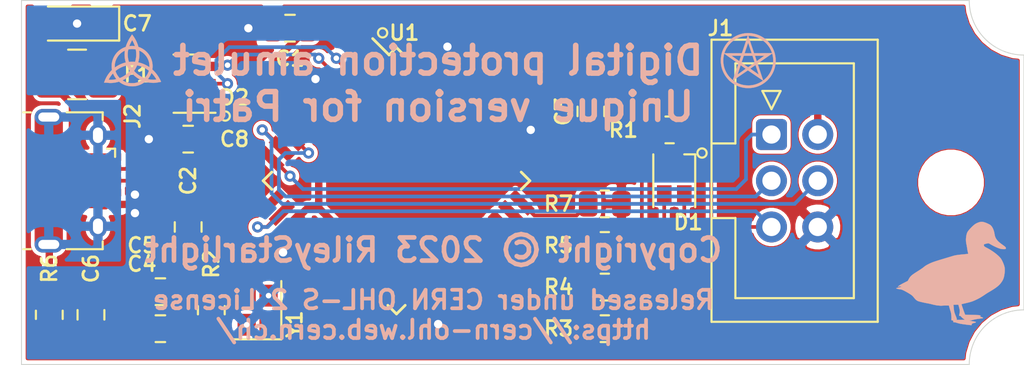
<source format=kicad_pcb>
(kicad_pcb (version 20171130) (host pcbnew 5.1.12-84ad8e8a86~92~ubuntu18.04.1)
  (layers (0 F.Cu signal) (31 B.Cu signal) (34 B.Paste user) (35 F.Paste user) (36 B.SilkS user) (37 F.SilkS user) (38 B.Mask user) (39 F.Mask user) (44 Edge.Cuts user))
  (net 0 "")
  (net 1 GND)
  (net 2 VBUS)
  (net 3 "Net-(C4-Pad1)")
  (net 4 "Net-(C5-Pad1)")
  (net 5 "Net-(C6-Pad1)")
  (net 6 "Net-(C8-Pad1)")
  (net 7 "Net-(D1-Pad2)")
  (net 8 "Net-(D1-Pad3)")
  (net 9 "Net-(D1-Pad4)")
  (net 10 "Net-(D2-Pad2)")
  (net 11 "Net-(D2-Pad3)")
  (net 12 "Net-(D2-Pad4)")
  (net 13 "Net-(D2-Pad5)")
  (net 14 "Net-(F1-Pad1)")
  (net 15 "Net-(J1-Pad1)")
  (net 16 "Net-(J1-Pad3)")
  (net 17 "Net-(J1-Pad5)")
  (net 18 "Net-(J1-Pad4)")
  (net 19 "Net-(J2-Pad4)")
  (net 20 "Net-(R3-Pad1)")
  (net 21 "Net-(R4-Pad1)")
  (net 22 "Net-(R5-Pad1)")
  (net 23 "Net-(R7-Pad1)")
  (net 24 "Net-(U1-Pad1)")
  (net 25 "Net-(U1-Pad8)")
  (net 26 "Net-(U1-Pad12)")
  (net 27 "Net-(U1-Pad18)")
  (net 28 "Net-(U1-Pad19)")
  (net 29 "Net-(U1-Pad20)")
  (net 30 "Net-(U1-Pad21)")
  (net 31 "Net-(U1-Pad22)")
  (net 32 "Net-(U1-Pad25)")
  (net 33 "Net-(U1-Pad26)")
  (net 34 "Net-(U1-Pad27)")
  (net 35 "Net-(U1-Pad28)")
  (net 36 "Net-(U1-Pad31)")
  (net 37 "Net-(U1-Pad36)")
  (net 38 "Net-(U1-Pad37)")
  (net 39 "Net-(U1-Pad38)")
  (net 40 "Net-(U1-Pad39)")
  (net 41 "Net-(U1-Pad40)")
  (net 42 "Net-(U1-Pad41)")
  (net 43 "Net-(U1-Pad42)")
  (module lib:heart (layer F.Cu) (at 51.054 16.002)
    (fp_text reference G*** hide)
    (fp_text value LOGO hide)
  )
  (module lib:triquetra (layer B.Cu) (at 6.096 3.302 180)
    (fp_text reference G*** hide)
    (fp_text value LOGO hide)
  )
  (module lib:pentagram (layer B.Cu) (at 39.878 3.302 180)
    (fp_text reference G*** hide)
    (fp_text value LOGO hide)
  )
  (module lib:duck (layer B.Cu) (at 51 15 180)
    (fp_text reference G*** hide)
    (fp_text value LOGO hide)
  )
  (module Connector_IDC:IDC-Header_2x03_P2.54mm_Vertical (layer F.Cu) (at 41.148 7.366)
    (fp_text reference J1 (at -2.794 -5.842) (layer F.SilkS) (effects (font (size 0.8128 0.8128) (thickness 0.1524))))
    (fp_text value ISP)
    (pad 1 thru_hole roundrect (at 0 0) (size 1.7 1.7) (drill 1) (layers *.Cu *.Mask) (roundrect_rratio 0.1470588235294118) (net 15 "Net-(J1-Pad1)"))
    (pad 3 thru_hole circle (at 0 2.54) (size 1.7 1.7) (drill 1) (layers *.Cu *.Mask) (net 16 "Net-(J1-Pad3)"))
    (pad 5 thru_hole circle (at 0 5.08) (size 1.7 1.7) (drill 1) (layers *.Cu *.Mask) (net 17 "Net-(J1-Pad5)"))
    (pad 2 thru_hole circle (at 2.54 0) (size 1.7 1.7) (drill 1) (layers *.Cu *.Mask) (net 2 VBUS))
    (pad 4 thru_hole circle (at 2.54 2.54) (size 1.7 1.7) (drill 1) (layers *.Cu *.Mask) (net 18 "Net-(J1-Pad4)"))
    (pad 6 thru_hole circle (at 2.54 5.08) (size 1.7 1.7) (drill 1) (layers *.Cu *.Mask) (net 1 GND))
  )
  (module Connector_USB:USB_Micro-B_Amphenol_10118194_Horizontal (layer F.Cu) (at 2.794 9.906 270)
    (fp_text reference J2 (at -3.556 -3.302 270) (layer F.SilkS) (effects (font (size 0.8128 0.8128) (thickness 0.1524))))
    (fp_text value USB_B_Micro)
    (pad 1 smd rect (at -1.3 -1.7 270) (size 0.4 1.95) (layers F.Cu F.Paste F.Mask) (net 14 "Net-(F1-Pad1)"))
    (pad 2 smd rect (at -0.65 -1.7 270) (size 0.4 1.95) (layers F.Cu F.Paste F.Mask) (net 13 "Net-(D2-Pad5)"))
    (pad 3 smd rect (at 0 -1.7 270) (size 0.4 1.95) (layers F.Cu F.Paste F.Mask) (net 12 "Net-(D2-Pad4)"))
    (pad 4 smd rect (at 0.65 -1.7 270) (size 0.4 1.95) (layers F.Cu F.Paste F.Mask) (net 19 "Net-(J2-Pad4)"))
    (pad 5 smd rect (at 1.3 -1.7 270) (size 0.4 1.95) (layers F.Cu F.Paste F.Mask) (net 1 GND))
    (pad 6 thru_hole oval (at -2.5 -1.4 270) (size 1.25 0.95) (drill oval 0.85 0.55) (layers *.Cu *.Mask) (net 5 "Net-(C6-Pad1)"))
    (pad 6 thru_hole oval (at 2.5 -1.4 270) (size 1.25 0.95) (drill oval 0.85 0.55) (layers *.Cu *.Mask) (net 5 "Net-(C6-Pad1)"))
    (pad 6 smd rect (at -1 1.3 270) (size 1.5 1.55) (layers F.Cu F.Paste F.Mask) (net 5 "Net-(C6-Pad1)"))
    (pad 6 smd rect (at 1 1.3 270) (size 1.5 1.55) (layers F.Cu F.Paste F.Mask) (net 5 "Net-(C6-Pad1)"))
    (pad 6 smd rect (at -2.9 1.3 270) (size 1.2 1.55) (layers F.Cu F.Paste F.Mask) (net 5 "Net-(C6-Pad1)"))
    (pad 6 smd rect (at 2.9 1.3 270) (size 1.2 1.55) (layers F.Cu F.Paste F.Mask) (net 5 "Net-(C6-Pad1)"))
    (pad 6 thru_hole oval (at -3.5 1.3 270) (size 0.89 1.55) (drill oval 0.5 1.15) (layers *.Cu *.Mask) (net 5 "Net-(C6-Pad1)"))
    (pad 6 thru_hole oval (at 3.5 1.3 270) (size 0.89 1.55) (drill oval 0.5 1.15) (layers *.Cu *.Mask) (net 5 "Net-(C6-Pad1)"))
  )
  (module Crystal:Crystal_SMD_EuroQuartz_X22-4Pin_2.5x2.0mm (layer F.Cu) (at 12.954 17.018 90)
    (fp_text reference Y1 (at -0.762 2.032 90) (layer F.SilkS) (effects (font (size 0.8128 0.8128) (thickness 0.1524))))
    (fp_text value 16MHz)
    (pad 1 smd rect (at -0.8 0.6 90) (size 1.2 1) (layers F.Cu F.Paste F.Mask) (net 3 "Net-(C4-Pad1)"))
    (pad 2 smd rect (at 0.8 0.6 90) (size 1.2 1) (layers F.Cu F.Paste F.Mask) (net 1 GND))
    (pad 3 smd rect (at 0.8 -0.6 90) (size 1.2 1) (layers F.Cu F.Paste F.Mask) (net 4 "Net-(C5-Pad1)"))
    (pad 4 smd rect (at -0.8 -0.6 90) (size 1.2 1) (layers F.Cu F.Paste F.Mask) (net 1 GND))
    (pad 2 thru_hole circle (at 0.8 0.6 90) (size 0.6096 0.6096) (drill 0.3048) (layers *.Cu F.Mask) (net 1 GND))
    (pad 4 thru_hole circle (at -0.8 -0.6 90) (size 0.6096 0.6096) (drill 0.3048) (layers *.Cu F.Mask) (net 1 GND))
  )
  (module MountingHole:MountingHole_3.2mm_M3 (layer F.Cu) (at 51 10)
    (fp_text reference REF** hide)
    (fp_text value MountingHole_3.2mm_M3 hide)
    (pad 1 np_thru_hole circle (at 0 0) (size 3.2 3.2) (drill 3.2) (layers *.Cu *.Mask))
  )
  (module Capacitor_SMD:C_0805_2012Metric (layer F.Cu) (at 14.732 1.524 180)
    (fp_text reference C1 (at 0 -1.68) (layer F.SilkS) (effects (font (size 0.8128 0.8128) (thickness 0.1524))))
    (fp_text value 100nF)
    (pad 2 smd roundrect (at 0.95 0 180) (size 1 1.45) (layers F.Cu F.Paste F.Mask) (net 1 GND))
    (pad 1 smd roundrect (at -0.95 0 180) (size 1 1.45) (layers F.Cu F.Paste F.Mask) (net 2 VBUS))
  )
  (module Capacitor_SMD:C_0805_2012Metric (layer F.Cu) (at 9.144 12.446 90)
    (fp_text reference C2 (at 2.54 0 90) (layer F.SilkS) (effects (font (size 0.8128 0.8128) (thickness 0.1524))))
    (fp_text value 100nF)
    (pad 1 smd roundrect (at -0.95 0 90) (size 1 1.45) (layers F.Cu F.Paste F.Mask) (net 2 VBUS))
    (pad 2 smd roundrect (at 0.95 0 90) (size 1 1.45) (layers F.Cu F.Paste F.Mask) (net 1 GND))
  )
  (module Capacitor_SMD:C_0805_2012Metric (layer F.Cu) (at 31.242 6.096 90)
    (fp_text reference C3 (at 0 -1.524 90) (layer F.SilkS) (effects (font (size 0.8128 0.8128) (thickness 0.1524))))
    (fp_text value 100nF)
    (pad 2 smd roundrect (at 0.95 0 90) (size 1 1.45) (layers F.Cu F.Paste F.Mask) (net 1 GND))
    (pad 1 smd roundrect (at -0.95 0 90) (size 1 1.45) (layers F.Cu F.Paste F.Mask) (net 2 VBUS))
  )
  (module Capacitor_SMD:C_0805_2012Metric (layer F.Cu) (at 7.62 18.034 180)
    (fp_text reference C4 (at 1.016 3.556) (layer F.SilkS) (effects (font (size 0.8128 0.8128) (thickness 0.1524))))
    (fp_text value 12pF)
    (pad 1 smd roundrect (at -0.95 0 180) (size 1 1.45) (layers F.Cu F.Paste F.Mask) (net 3 "Net-(C4-Pad1)"))
    (pad 2 smd roundrect (at 0.95 0 180) (size 1 1.45) (layers F.Cu F.Paste F.Mask) (net 1 GND))
  )
  (module Capacitor_SMD:C_0805_2012Metric (layer F.Cu) (at 7.62 16.002 180)
    (fp_text reference C5 (at 1.016 2.54) (layer F.SilkS) (effects (font (size 0.8128 0.8128) (thickness 0.1524))))
    (fp_text value 12pF)
    (pad 1 smd roundrect (at -0.95 0 180) (size 1 1.45) (layers F.Cu F.Paste F.Mask) (net 4 "Net-(C5-Pad1)"))
    (pad 2 smd roundrect (at 0.95 0 180) (size 1 1.45) (layers F.Cu F.Paste F.Mask) (net 1 GND))
  )
  (module Capacitor_SMD:C_0805_2012Metric (layer F.Cu) (at 3.81 17.272 270)
    (fp_text reference C6 (at -2.54 0 90) (layer F.SilkS) (effects (font (size 0.8128 0.8128) (thickness 0.1524))))
    (fp_text value 4.7nF)
    (pad 2 smd roundrect (at 0.95 0 270) (size 1 1.45) (layers F.Cu F.Paste F.Mask) (net 1 GND))
    (pad 1 smd roundrect (at -0.95 0 270) (size 1 1.45) (layers F.Cu F.Paste F.Mask) (net 5 "Net-(C6-Pad1)"))
  )
  (module Capacitor_Tantalum_SMD:CP_EIA-3216-18_Kemet-A (layer F.Cu) (at 3.048 1.27 180)
    (fp_text reference C7 (at -3.302 0) (layer F.SilkS) (effects (font (size 0.8128 0.8128) (thickness 0.1524))))
    (fp_text value 22µF)
    (pad 1 smd roundrect (at -1.35 0 180) (size 1.4 1.35) (layers F.Cu F.Paste F.Mask) (roundrect_rratio 0.1851844444444445) (net 2 VBUS))
    (pad 2 smd roundrect (at 1.35 0 180) (size 1.4 1.35) (layers F.Cu F.Paste F.Mask) (roundrect_rratio 0.1851844444444445) (net 1 GND))
  )
  (module Capacitor_SMD:C_0805_2012Metric (layer F.Cu) (at 9.144 7.62 180)
    (fp_text reference C8 (at -2.54 0) (layer F.SilkS) (effects (font (size 0.8128 0.8128) (thickness 0.1524))))
    (fp_text value 1µF)
    (pad 1 smd roundrect (at -0.95 0 180) (size 1 1.45) (layers F.Cu F.Paste F.Mask) (net 6 "Net-(C8-Pad1)"))
    (pad 2 smd roundrect (at 0.95 0 180) (size 1 1.45) (layers F.Cu F.Paste F.Mask) (net 1 GND))
  )
  (module LED_SMD:LED_Cree-PLCC4_2x2mm_CW (layer F.Cu) (at 35.814 9.906 270)
    (fp_text reference D1 (at 2.286 -0.762 180) (layer F.SilkS) (effects (font (size 0.8128 0.8128) (thickness 0.1524))))
    (fp_text value CLMVC-FKC)
    (pad 1 smd rect (at -0.75 -0.55 270) (size 1 0.8) (layers F.Cu F.Paste F.Mask) (net 2 VBUS))
    (pad 2 smd rect (at 0.75 -0.55 270) (size 1 0.8) (layers F.Cu F.Paste F.Mask) (net 7 "Net-(D1-Pad2)"))
    (pad 3 smd rect (at 0.75 0.55 270) (size 1 0.8) (layers F.Cu F.Paste F.Mask) (net 8 "Net-(D1-Pad3)"))
    (pad 4 smd rect (at -0.75 0.55 270) (size 1 0.8) (layers F.Cu F.Paste F.Mask) (net 9 "Net-(D1-Pad4)"))
  )
  (module Package_SO:TSOP-6_1.65x3.05mm_P0.95mm (layer F.Cu) (at 9.144 4.572 180)
    (fp_text reference D2 (at -2.54 -0.762) (layer F.SilkS) (effects (font (size 0.8128 0.8128) (thickness 0.1524))))
    (fp_text value STF202-22T1G)
    (pad 1 smd rect (at -1.16 -0.95 180) (size 0.7 0.51) (layers F.Cu F.Paste F.Mask) (net 2 VBUS))
    (pad 2 smd rect (at -1.16 0 180) (size 0.7 0.51) (layers F.Cu F.Paste F.Mask) (net 10 "Net-(D2-Pad2)"))
    (pad 3 smd rect (at -1.16 0.95 180) (size 0.7 0.51) (layers F.Cu F.Paste F.Mask) (net 11 "Net-(D2-Pad3)"))
    (pad 4 smd rect (at 1.16 0.95 180) (size 0.7 0.51) (layers F.Cu F.Paste F.Mask) (net 12 "Net-(D2-Pad4)"))
    (pad 5 smd rect (at 1.16 0 180) (size 0.7 0.51) (layers F.Cu F.Paste F.Mask) (net 13 "Net-(D2-Pad5)"))
    (pad 6 smd rect (at 1.16 -0.95 180) (size 0.7 0.51) (layers F.Cu F.Paste F.Mask) (net 1 GND))
  )
  (module Fuse:Fuse_1210_3225Metric_Castellated (layer F.Cu) (at 3.048 4.064)
    (fp_text reference F1 (at 3.302 0) (layer F.SilkS) (effects (font (size 0.8128 0.8128) (thickness 0.1524))))
    (fp_text value 200mA)
    (pad 1 smd roundrect (at -1.425 0) (size 1.6 2.55) (layers F.Cu F.Paste F.Mask) (roundrect_rratio 0.15625) (net 14 "Net-(F1-Pad1)"))
    (pad 2 smd roundrect (at 1.425 0) (size 1.6 2.55) (layers F.Cu F.Paste F.Mask) (roundrect_rratio 0.15625) (net 2 VBUS))
  )
  (module Resistor_SMD:R_0805_2012Metric (layer F.Cu) (at 35.56 7.112)
    (fp_text reference R1 (at -2.54 0) (layer F.SilkS) (effects (font (size 0.8128 0.8128) (thickness 0.1524))))
    (fp_text value 10k)
    (pad 1 smd roundrect (at -0.9125 0) (size 1.025 1.4) (layers F.Cu F.Paste F.Mask) (roundrect_rratio 0.2439014634146341) (net 2 VBUS))
    (pad 2 smd roundrect (at 0.9125 0) (size 1.025 1.4) (layers F.Cu F.Paste F.Mask) (roundrect_rratio 0.2439014634146341) (net 17 "Net-(J1-Pad5)"))
  )
  (module Resistor_SMD:R_0805_2012Metric (layer F.Cu) (at 10.414 17.018 90)
    (fp_text reference R2 (at 2.54 0 90) (layer F.SilkS) (effects (font (size 0.8128 0.8128) (thickness 0.1524))))
    (fp_text value 1M)
    (pad 2 smd roundrect (at 0.9125 0 90) (size 1.025 1.4) (layers F.Cu F.Paste F.Mask) (roundrect_rratio 0.2439014634146341) (net 4 "Net-(C5-Pad1)"))
    (pad 1 smd roundrect (at -0.9125 0 90) (size 1.025 1.4) (layers F.Cu F.Paste F.Mask) (roundrect_rratio 0.2439014634146341) (net 3 "Net-(C4-Pad1)"))
  )
  (module Resistor_SMD:R_0805_2012Metric (layer F.Cu) (at 32.004 18.034)
    (fp_text reference R3 (at -2.54 0) (layer F.SilkS) (effects (font (size 0.8128 0.8128) (thickness 0.1524))))
    (fp_text value 220R)
    (pad 1 smd roundrect (at -0.9125 0) (size 1.025 1.4) (layers F.Cu F.Paste F.Mask) (roundrect_rratio 0.2439014634146341) (net 20 "Net-(R3-Pad1)"))
    (pad 2 smd roundrect (at 0.9125 0) (size 1.025 1.4) (layers F.Cu F.Paste F.Mask) (roundrect_rratio 0.2439014634146341) (net 7 "Net-(D1-Pad2)"))
  )
  (module Resistor_SMD:R_0805_2012Metric (layer F.Cu) (at 32.004 15.748)
    (fp_text reference R4 (at -2.54 0) (layer F.SilkS) (effects (font (size 0.8128 0.8128) (thickness 0.1524))))
    (fp_text value 220R)
    (pad 2 smd roundrect (at 0.9125 0) (size 1.025 1.4) (layers F.Cu F.Paste F.Mask) (roundrect_rratio 0.2439014634146341) (net 8 "Net-(D1-Pad3)"))
    (pad 1 smd roundrect (at -0.9125 0) (size 1.025 1.4) (layers F.Cu F.Paste F.Mask) (roundrect_rratio 0.2439014634146341) (net 21 "Net-(R4-Pad1)"))
  )
  (module Resistor_SMD:R_0805_2012Metric (layer F.Cu) (at 32.004 13.462)
    (fp_text reference R5 (at -2.54 0) (layer F.SilkS) (effects (font (size 0.8128 0.8128) (thickness 0.1524))))
    (fp_text value 220R)
    (pad 1 smd roundrect (at -0.9125 0) (size 1.025 1.4) (layers F.Cu F.Paste F.Mask) (roundrect_rratio 0.2439014634146341) (net 22 "Net-(R5-Pad1)"))
    (pad 2 smd roundrect (at 0.9125 0) (size 1.025 1.4) (layers F.Cu F.Paste F.Mask) (roundrect_rratio 0.2439014634146341) (net 9 "Net-(D1-Pad4)"))
  )
  (module Resistor_SMD:R_0805_2012Metric (layer F.Cu) (at 1.524 17.272 270)
    (fp_text reference R6 (at -2.54 0 90) (layer F.SilkS) (effects (font (size 0.8128 0.8128) (thickness 0.1524))))
    (fp_text value 1M)
    (pad 2 smd roundrect (at 0.9125 0 270) (size 1.025 1.4) (layers F.Cu F.Paste F.Mask) (roundrect_rratio 0.2439014634146341) (net 1 GND))
    (pad 1 smd roundrect (at -0.9125 0 270) (size 1.025 1.4) (layers F.Cu F.Paste F.Mask) (roundrect_rratio 0.2439014634146341) (net 5 "Net-(C6-Pad1)"))
  )
  (module Resistor_SMD:R_0805_2012Metric (layer F.Cu) (at 32.004 11.176)
    (fp_text reference R7 (at -2.54 0) (layer F.SilkS) (effects (font (size 0.8128 0.8128) (thickness 0.1524))))
    (fp_text value 10k)
    (pad 1 smd roundrect (at -0.9125 0) (size 1.025 1.4) (layers F.Cu F.Paste F.Mask) (roundrect_rratio 0.2439014634146341) (net 23 "Net-(R7-Pad1)"))
    (pad 2 smd roundrect (at 0.9125 0) (size 1.025 1.4) (layers F.Cu F.Paste F.Mask) (roundrect_rratio 0.2439014634146341) (net 1 GND))
  )
  (module Package_QFP:TQFP-44_10x10mm_P0.8mm (layer F.Cu) (at 20.574 9.906 315)
    (fp_text reference U1 (at -5.446136 -6.048591) (layer F.SilkS) (effects (font (size 0.8128 0.8128) (thickness 0.1524))))
    (fp_text value ATmega32U4-AU)
    (pad 1 smd rect (at -5.7 -4 315) (size 1.5 0.55) (layers F.Cu F.Paste F.Mask) (net 24 "Net-(U1-Pad1)"))
    (pad 2 smd rect (at -5.7 -3.2 315) (size 1.5 0.55) (layers F.Cu F.Paste F.Mask) (net 2 VBUS))
    (pad 3 smd rect (at -5.7 -2.4 315) (size 1.5 0.55) (layers F.Cu F.Paste F.Mask) (net 10 "Net-(D2-Pad2)"))
    (pad 4 smd rect (at -5.7 -1.6 315) (size 1.5 0.55) (layers F.Cu F.Paste F.Mask) (net 11 "Net-(D2-Pad3)"))
    (pad 5 smd rect (at -5.7 -0.8 315) (size 1.5 0.55) (layers F.Cu F.Paste F.Mask) (net 1 GND) (thermal_gap 0.254))
    (pad 6 smd rect (at -5.7 0 315) (size 1.5 0.55) (layers F.Cu F.Paste F.Mask) (net 6 "Net-(C8-Pad1)"))
    (pad 7 smd rect (at -5.7 0.8 315) (size 1.5 0.55) (layers F.Cu F.Paste F.Mask) (net 2 VBUS))
    (pad 8 smd rect (at -5.7 1.6 315) (size 1.5 0.55) (layers F.Cu F.Paste F.Mask) (net 25 "Net-(U1-Pad8)"))
    (pad 9 smd rect (at -5.7 2.4 315) (size 1.5 0.55) (layers F.Cu F.Paste F.Mask) (net 16 "Net-(J1-Pad3)"))
    (pad 10 smd rect (at -5.7 3.2 315) (size 1.5 0.55) (layers F.Cu F.Paste F.Mask) (net 18 "Net-(J1-Pad4)"))
    (pad 11 smd rect (at -5.7 4 315) (size 1.5 0.55) (layers F.Cu F.Paste F.Mask) (net 15 "Net-(J1-Pad1)"))
    (pad 12 smd rect (at -4 5.7 45) (size 1.5 0.55) (layers F.Cu F.Paste F.Mask) (net 26 "Net-(U1-Pad12)"))
    (pad 13 smd rect (at -3.2 5.7 45) (size 1.5 0.55) (layers F.Cu F.Paste F.Mask) (net 17 "Net-(J1-Pad5)"))
    (pad 14 smd rect (at -2.4 5.7 45) (size 1.5 0.55) (layers F.Cu F.Paste F.Mask) (net 2 VBUS))
    (pad 15 smd rect (at -1.6 5.7 45) (size 1.5 0.55) (layers F.Cu F.Paste F.Mask) (net 1 GND) (thermal_gap 0.254))
    (pad 16 smd rect (at -0.8 5.7 45) (size 1.5 0.55) (layers F.Cu F.Paste F.Mask) (net 4 "Net-(C5-Pad1)"))
    (pad 17 smd rect (at 0 5.7 45) (size 1.5 0.55) (layers F.Cu F.Paste F.Mask) (net 3 "Net-(C4-Pad1)"))
    (pad 18 smd rect (at 0.8 5.7 45) (size 1.5 0.55) (layers F.Cu F.Paste F.Mask) (net 27 "Net-(U1-Pad18)"))
    (pad 19 smd rect (at 1.6 5.7 45) (size 1.5 0.55) (layers F.Cu F.Paste F.Mask) (net 28 "Net-(U1-Pad19)"))
    (pad 20 smd rect (at 2.4 5.7 45) (size 1.5 0.55) (layers F.Cu F.Paste F.Mask) (net 29 "Net-(U1-Pad20)"))
    (pad 21 smd rect (at 3.2 5.7 45) (size 1.5 0.55) (layers F.Cu F.Paste F.Mask) (net 30 "Net-(U1-Pad21)"))
    (pad 22 smd rect (at 4 5.7 45) (size 1.5 0.55) (layers F.Cu F.Paste F.Mask) (net 31 "Net-(U1-Pad22)"))
    (pad 23 smd rect (at 5.7 4 315) (size 1.5 0.55) (layers F.Cu F.Paste F.Mask) (net 1 GND) (thermal_gap 0.254))
    (pad 24 smd rect (at 5.7 3.2 315) (size 1.5 0.55) (layers F.Cu F.Paste F.Mask) (net 2 VBUS))
    (pad 25 smd rect (at 5.7 2.4 315) (size 1.5 0.55) (layers F.Cu F.Paste F.Mask) (net 32 "Net-(U1-Pad25)"))
    (pad 26 smd rect (at 5.7 1.6 315) (size 1.5 0.55) (layers F.Cu F.Paste F.Mask) (net 33 "Net-(U1-Pad26)"))
    (pad 27 smd rect (at 5.7 0.8 315) (size 1.5 0.55) (layers F.Cu F.Paste F.Mask) (net 34 "Net-(U1-Pad27)"))
    (pad 28 smd rect (at 5.7 0 315) (size 1.5 0.55) (layers F.Cu F.Paste F.Mask) (net 35 "Net-(U1-Pad28)"))
    (pad 29 smd rect (at 5.7 -0.8 315) (size 1.5 0.55) (layers F.Cu F.Paste F.Mask) (net 20 "Net-(R3-Pad1)"))
    (pad 30 smd rect (at 5.7 -1.6 315) (size 1.5 0.55) (layers F.Cu F.Paste F.Mask) (net 21 "Net-(R4-Pad1)"))
    (pad 31 smd rect (at 5.7 -2.4 315) (size 1.5 0.55) (layers F.Cu F.Paste F.Mask) (net 36 "Net-(U1-Pad31)"))
    (pad 32 smd rect (at 5.7 -3.2 315) (size 1.5 0.55) (layers F.Cu F.Paste F.Mask) (net 22 "Net-(R5-Pad1)"))
    (pad 33 smd rect (at 5.7 -4 315) (size 1.5 0.55) (layers F.Cu F.Paste F.Mask) (net 23 "Net-(R7-Pad1)"))
    (pad 34 smd rect (at 4 -5.7 45) (size 1.5 0.55) (layers F.Cu F.Paste F.Mask) (net 2 VBUS))
    (pad 35 smd rect (at 3.2 -5.7 45) (size 1.5 0.55) (layers F.Cu F.Paste F.Mask) (net 1 GND) (thermal_gap 0.254))
    (pad 36 smd rect (at 2.4 -5.7 45) (size 1.5 0.55) (layers F.Cu F.Paste F.Mask) (net 37 "Net-(U1-Pad36)"))
    (pad 37 smd rect (at 1.6 -5.7 45) (size 1.5 0.55) (layers F.Cu F.Paste F.Mask) (net 38 "Net-(U1-Pad37)"))
    (pad 38 smd rect (at 0.8 -5.7 45) (size 1.5 0.55) (layers F.Cu F.Paste F.Mask) (net 39 "Net-(U1-Pad38)"))
    (pad 39 smd rect (at 0 -5.7 45) (size 1.5 0.55) (layers F.Cu F.Paste F.Mask) (net 40 "Net-(U1-Pad39)"))
    (pad 40 smd rect (at -0.8 -5.7 45) (size 1.5 0.55) (layers F.Cu F.Paste F.Mask) (net 41 "Net-(U1-Pad40)"))
    (pad 41 smd rect (at -1.6 -5.7 45) (size 1.5 0.55) (layers F.Cu F.Paste F.Mask) (net 42 "Net-(U1-Pad41)"))
    (pad 42 smd rect (at -2.4 -5.7 45) (size 1.5 0.55) (layers F.Cu F.Paste F.Mask) (net 43 "Net-(U1-Pad42)"))
    (pad 43 smd rect (at -3.2 -5.7 45) (size 1.5 0.55) (layers F.Cu F.Paste F.Mask) (net 1 GND) (thermal_gap 0.254))
    (pad 44 smd rect (at -4 -5.7 45) (size 1.5 0.55) (layers F.Cu F.Paste F.Mask) (net 2 VBUS))
  )
  (gr_arc (start 55 20) (end 55 17) (angle -90) (layer Edge.Cuts) (width 0.05))
  (gr_arc (start 55 0) (end 52 0) (angle -90) (layer Edge.Cuts) (width 0.05))
  (gr_text "Unique version for Patri" (at 22.86 5.842) (layer B.SilkS) (effects (font (size 1.524 1.524) (thickness 0.3048)) (justify mirror)))
  (gr_text "Digital protection amulet" (at 22.86 3.302) (layer B.SilkS) (effects (font (size 1.524 1.524) (thickness 0.3048)) (justify mirror)))
  (gr_text "Copyright © 2023 RileyStarlight" (at 22.606 13.716) (layer B.SilkS) (effects (font (size 1.27 1.27) (thickness 0.254)) (justify mirror)))
  (gr_text "Released under CERN OHL-S 2 License\nhttps://cern-ohl.web.cern.ch/" (at 22.606 17.272) (layer B.SilkS) (effects (font (size 1.016 1.016) (thickness 0.2032)) (justify mirror)))
  (gr_circle (center 37.338 8.382) (end 37.592 8.382) (layer F.SilkS) (width 0.12))
  (gr_circle (center 11.176 6.35) (end 11.43 6.35) (layer F.SilkS) (width 0.12))
  (gr_circle (center 19.812 1.778) (end 20.066 1.778) (layer F.SilkS) (width 0.12))
  (gr_line (start 52 0) (end 0 0) (layer Edge.Cuts) (width 0.05))
  (gr_line (start 55 17) (end 55 3) (layer Edge.Cuts) (width 0.05))
  (gr_line (start 0 20) (end 52 20) (layer Edge.Cuts) (width 0.05))
  (gr_line (start 0 0) (end 0 20) (layer Edge.Cuts) (width 0.05))
  (via (at 23.368 2.54) (size 0.8128) (drill 0.4572) (layers F.Cu B.Cu) (net 1))
  (via (at 27.94 7.112) (size 0.8128) (drill 0.4572) (layers F.Cu B.Cu) (net 1))
  (via (at 16.129 4.318) (size 0.8128) (drill 0.4572) (layers F.Cu B.Cu) (net 1))
  (via (at 14.351 13.843) (size 0.8128) (drill 0.4572) (layers F.Cu B.Cu) (net 1))
  (via (at 22.86 17.78) (size 0.8128) (drill 0.4572) (layers F.Cu B.Cu) (net 1))
  (via (at 6.985 7.62) (size 0.8128) (drill 0.4572) (layers F.Cu B.Cu) (net 1))
  (via (at 3.048 1.27) (size 0.8128) (drill 0.4572) (layers F.Cu B.Cu) (net 1))
  (via (at 12.446 1.524) (size 0.8128) (drill 0.4572) (layers F.Cu B.Cu) (net 1))
  (via (at 6.223 10.668) (size 0.8128) (drill 0.4572) (layers F.Cu B.Cu) (net 1))
  (via (at 6.223 11.684) (size 0.8128) (drill 0.4572) (layers F.Cu B.Cu) (net 1))
  (segment (start 4.398 3.989) (end 4.473 4.064) (width 0.4064) (layer F.Cu) (net 2))
  (segment (start 4.398 1.27) (end 4.398 3.989) (width 0.4064) (layer F.Cu) (net 2))
  (segment (start 27.618082 8.703918) (end 27.432936 8.703918) (width 0.4064) (layer F.Cu) (net 2))
  (segment (start 31.242 7.046) (end 29.276 7.046) (width 0.4064) (layer F.Cu) (net 2))
  (segment (start 29.276 7.046) (end 27.618082 8.703918) (width 0.4064) (layer F.Cu) (net 2))
  (segment (start 34.5815 7.046) (end 34.6475 7.112) (width 0.4064) (layer F.Cu) (net 2))
  (segment (start 31.242 7.046) (end 34.5815 7.046) (width 0.4064) (layer F.Cu) (net 2))
  (segment (start 16.717483 1.524) (end 18.806233 3.61275) (width 0.4064) (layer F.Cu) (net 2))
  (segment (start 15.682 1.524) (end 16.717483 1.524) (width 0.4064) (layer F.Cu) (net 2))
  (segment (start 10.304 5.522) (end 11.684 5.522) (width 0.4064) (layer F.Cu) (net 2))
  (segment (start 9.398 5.08) (end 9.84 5.522) (width 0.4064) (layer F.Cu) (net 2))
  (segment (start 9.398 1.778) (end 9.398 5.08) (width 0.4064) (layer F.Cu) (net 2))
  (segment (start 4.398 1.27) (end 8.89 1.27) (width 0.4064) (layer F.Cu) (net 2))
  (segment (start 9.84 5.522) (end 10.304 5.522) (width 0.4064) (layer F.Cu) (net 2))
  (segment (start 8.89 1.27) (end 9.398 1.778) (width 0.4064) (layer F.Cu) (net 2))
  (segment (start 11.684 5.522) (end 15.682 1.524) (width 0.4064) (layer F.Cu) (net 2))
  (segment (start 34.7345 7.112) (end 34.6475 7.112) (width 0.4064) (layer F.Cu) (net 2))
  (segment (start 36.364 9.156) (end 36.364 8.7415) (width 0.4064) (layer F.Cu) (net 2))
  (segment (start 36.364 8.7415) (end 34.7345 7.112) (width 0.4064) (layer F.Cu) (net 2))
  (segment (start 34.6475 5.9925) (end 34.6475 7.112) (width 0.4064) (layer F.Cu) (net 2))
  (segment (start 35.052 5.588) (end 34.6475 5.9925) (width 0.4064) (layer F.Cu) (net 2))
  (segment (start 43.688 7.366) (end 43.688 6.096) (width 0.4064) (layer F.Cu) (net 2))
  (segment (start 43.18 5.588) (end 35.052 5.588) (width 0.4064) (layer F.Cu) (net 2))
  (segment (start 43.688 6.096) (end 43.18 5.588) (width 0.4064) (layer F.Cu) (net 2))
  (segment (start 14.786148 12.239452) (end 14.846435 12.239452) (width 0.4064) (layer F.Cu) (net 2))
  (segment (start 9.144 13.396) (end 13.6296 13.396) (width 0.4064) (layer F.Cu) (net 2))
  (segment (start 13.6296 13.396) (end 14.786148 12.239452) (width 0.4064) (layer F.Cu) (net 2))
  (segment (start 26.815054 9.3218) (end 27.432936 8.703918) (width 0.4064) (layer F.Cu) (net 2))
  (segment (start 26.0604 9.3218) (end 26.815054 9.3218) (width 0.4064) (layer F.Cu) (net 2))
  (segment (start 19.558 4.3688) (end 21.1074 4.3688) (width 0.4064) (layer F.Cu) (net 2))
  (segment (start 18.806233 3.61275) (end 18.806233 3.617033) (width 0.4064) (layer F.Cu) (net 2))
  (segment (start 21.1074 4.3688) (end 26.0604 9.3218) (width 0.4064) (layer F.Cu) (net 2))
  (segment (start 18.806233 3.617033) (end 19.558 4.3688) (width 0.4064) (layer F.Cu) (net 2))
  (segment (start 21.776082 3.047064) (end 21.768736 3.047064) (width 0.4064) (layer F.Cu) (net 2))
  (segment (start 21.1074 3.7084) (end 21.1074 4.3688) (width 0.4064) (layer F.Cu) (net 2))
  (segment (start 21.768736 3.047064) (end 21.1074 3.7084) (width 0.4064) (layer F.Cu) (net 2))
  (segment (start 14.846435 12.239452) (end 14.862348 12.239452) (width 0.4064) (layer F.Cu) (net 2))
  (segment (start 14.862348 12.239452) (end 15.6972 11.4046) (width 0.4064) (layer F.Cu) (net 2))
  (segment (start 15.6972 11.4046) (end 16.3068 11.4046) (width 0.4064) (layer F.Cu) (net 2))
  (segment (start 21.560317 15.4178) (end 22.341767 16.19925) (width 0.4064) (layer F.Cu) (net 2))
  (segment (start 20.32 15.4178) (end 21.560317 15.4178) (width 0.4064) (layer F.Cu) (net 2))
  (segment (start 17.1704 7.1628) (end 19.558 4.7752) (width 0.4064) (layer F.Cu) (net 2))
  (segment (start 19.558 4.7752) (end 19.558 4.3688) (width 0.4064) (layer F.Cu) (net 2))
  (segment (start 16.7132 7.1628) (end 17.1704 7.1628) (width 0.4064) (layer F.Cu) (net 2))
  (segment (start 15.977806 6.441177) (end 15.991577 6.441177) (width 0.4064) (layer F.Cu) (net 2))
  (segment (start 15.991577 6.441177) (end 16.7132 7.1628) (width 0.4064) (layer F.Cu) (net 2))
  (segment (start 16.3068 11.4046) (end 20.32 15.4178) (width 0.4064) (layer F.Cu) (net 2))
  (segment (start 17.1704 8.7122) (end 17.1704 7.1628) (width 0.4064) (layer F.Cu) (net 2))
  (segment (start 16.3068 11.4046) (end 16.3068 9.5758) (width 0.4064) (layer F.Cu) (net 2))
  (segment (start 16.3068 9.5758) (end 17.1704 8.7122) (width 0.4064) (layer F.Cu) (net 2))
  (segment (start 8.6735 17.9305) (end 8.57 18.034) (width 0.2032) (layer F.Cu) (net 3))
  (segment (start 10.414 17.9305) (end 8.6735 17.9305) (width 0.2032) (layer F.Cu) (net 3))
  (segment (start 10.414 17.9305) (end 10.414 18.288) (width 0.2032) (layer F.Cu) (net 3))
  (segment (start 10.414 17.9305) (end 10.414 18.796) (width 0.2032) (layer F.Cu) (net 3))
  (segment (start 10.414 18.796) (end 10.668 19.05) (width 0.2032) (layer F.Cu) (net 3))
  (segment (start 14.478 19.05) (end 14.986 18.542) (width 0.2032) (layer F.Cu) (net 3))
  (segment (start 14.986 15.494) (end 16.543491 13.936509) (width 0.2032) (layer F.Cu) (net 3))
  (segment (start 14.986 18.542) (end 14.986 15.494) (width 0.2032) (layer F.Cu) (net 3))
  (segment (start 13.554 17.818) (end 13.554 18.958) (width 0.2032) (layer F.Cu) (net 3))
  (segment (start 13.554 18.958) (end 13.462 19.05) (width 0.2032) (layer F.Cu) (net 3))
  (segment (start 10.668 19.05) (end 13.462 19.05) (width 0.2032) (layer F.Cu) (net 3))
  (segment (start 13.462 19.05) (end 14.478 19.05) (width 0.2032) (layer F.Cu) (net 3))
  (segment (start 8.6735 16.1055) (end 8.57 16.002) (width 0.2032) (layer F.Cu) (net 4))
  (segment (start 10.414 16.1055) (end 8.6735 16.1055) (width 0.2032) (layer F.Cu) (net 4))
  (segment (start 12.354 16.218) (end 12.354 15.84) (width 0.2032) (layer F.Cu) (net 4))
  (segment (start 10.414 15.24) (end 10.414 16.1055) (width 0.2032) (layer F.Cu) (net 4))
  (segment (start 10.668 14.986) (end 10.414 15.24) (width 0.2032) (layer F.Cu) (net 4))
  (segment (start 12.354 15.078) (end 12.446 14.986) (width 0.2032) (layer F.Cu) (net 4))
  (segment (start 12.354 16.218) (end 12.354 15.078) (width 0.2032) (layer F.Cu) (net 4))
  (segment (start 12.446 14.986) (end 10.668 14.986) (width 0.2032) (layer F.Cu) (net 4))
  (segment (start 14.224 14.986) (end 12.446 14.986) (width 0.2032) (layer F.Cu) (net 4))
  (segment (start 15.977806 13.370823) (end 15.839177 13.370823) (width 0.2032) (layer F.Cu) (net 4))
  (segment (start 15.839177 13.370823) (end 14.224 14.986) (width 0.2032) (layer F.Cu) (net 4))
  (segment (start 1.5615 16.322) (end 1.524 16.3595) (width 0.4064) (layer F.Cu) (net 5))
  (segment (start 3.81 16.322) (end 1.5615 16.322) (width 0.4064) (layer F.Cu) (net 5))
  (segment (start 1.494 8.906) (end 1.494 7.006) (width 0.4064) (layer F.Cu) (net 5))
  (segment (start 1.494 8.906) (end 1.494 10.906) (width 0.4064) (layer F.Cu) (net 5))
  (segment (start 1.494 10.906) (end 1.494 12.806) (width 0.4064) (layer F.Cu) (net 5))
  (segment (start 1.494 12.806) (end 1.494 13.406) (width 0.4064) (layer F.Cu) (net 5))
  (segment (start 1.494 7.006) (end 1.494 6.406) (width 0.4064) (layer F.Cu) (net 5))
  (segment (start 1.524 13.436) (end 1.494 13.406) (width 0.4064) (layer F.Cu) (net 5))
  (segment (start 1.524 16.3595) (end 1.524 13.436) (width 0.4064) (layer F.Cu) (net 5))
  (segment (start 12.954 5.08) (end 15.748 5.08) (width 0.2032) (layer F.Cu) (net 6))
  (segment (start 15.748 5.08) (end 16.543491 5.875491) (width 0.2032) (layer F.Cu) (net 6))
  (segment (start 11.938 6.096) (end 12.954 5.08) (width 0.2032) (layer F.Cu) (net 6))
  (segment (start 10.414 6.096) (end 11.938 6.096) (width 0.2032) (layer F.Cu) (net 6))
  (segment (start 10.094 7.62) (end 10.094 6.416) (width 0.2032) (layer F.Cu) (net 6))
  (segment (start 10.094 6.416) (end 10.414 6.096) (width 0.2032) (layer F.Cu) (net 6))
  (segment (start 32.9165 18.034) (end 35.814 18.034) (width 0.2032) (layer F.Cu) (net 7))
  (segment (start 36.364 17.484) (end 36.364 10.656) (width 0.2032) (layer F.Cu) (net 7))
  (segment (start 35.814 18.034) (end 36.364 17.484) (width 0.2032) (layer F.Cu) (net 7))
  (segment (start 32.9165 15.748) (end 34.798 15.748) (width 0.2032) (layer F.Cu) (net 8))
  (segment (start 35.264 15.282) (end 35.264 10.656) (width 0.2032) (layer F.Cu) (net 8))
  (segment (start 34.798 15.748) (end 35.264 15.282) (width 0.2032) (layer F.Cu) (net 8))
  (segment (start 32.9165 13.462) (end 33.782 13.462) (width 0.2032) (layer F.Cu) (net 9))
  (segment (start 33.782 13.462) (end 34.036 13.208) (width 0.2032) (layer F.Cu) (net 9))
  (segment (start 34.036 13.208) (end 34.036 9.652) (width 0.2032) (layer F.Cu) (net 9))
  (segment (start 34.532 9.156) (end 35.264 9.156) (width 0.2032) (layer F.Cu) (net 9))
  (segment (start 34.036 9.652) (end 34.532 9.156) (width 0.2032) (layer F.Cu) (net 9))
  (segment (start 17.272 3.175) (end 17.272 3.209887) (width 0.2032) (layer F.Cu) (net 10))
  (via (at 17.272 3.175) (size 0.6096) (drill 0.3048) (layers F.Cu B.Cu) (net 10))
  (segment (start 17.272 3.209887) (end 18.240548 4.178435) (width 0.2032) (layer F.Cu) (net 10))
  (segment (start 11.303 4.572) (end 10.304 4.572) (width 0.2032) (layer F.Cu) (net 10))
  (via (at 11.303 4.572) (size 0.6096) (drill 0.3048) (layers F.Cu B.Cu) (net 10))
  (segment (start 16.6624 2.5654) (end 17.272 3.175) (width 0.2032) (layer B.Cu) (net 10))
  (segment (start 11.4046 2.5654) (end 16.6624 2.5654) (width 0.2032) (layer B.Cu) (net 10))
  (segment (start 10.6934 3.2766) (end 11.4046 2.5654) (width 0.2032) (layer B.Cu) (net 10))
  (segment (start 11.303 4.572) (end 10.6934 3.9624) (width 0.2032) (layer B.Cu) (net 10))
  (segment (start 10.6934 3.9624) (end 10.6934 3.2766) (width 0.2032) (layer B.Cu) (net 10))
  (segment (start 10.37 3.556) (end 10.304 3.622) (width 0.2032) (layer F.Cu) (net 11))
  (via (at 11.303 3.556) (size 0.6096) (drill 0.3048) (layers F.Cu B.Cu) (net 11))
  (segment (start 11.303 3.556) (end 10.37 3.556) (width 0.2032) (layer F.Cu) (net 11))
  (via (at 16.307871 3.175) (size 0.6096) (drill 0.3048) (layers F.Cu B.Cu) (net 11))
  (segment (start 17.674862 4.541991) (end 17.674862 4.74412) (width 0.2032) (layer F.Cu) (net 11))
  (segment (start 16.307871 3.175) (end 17.674862 4.541991) (width 0.2032) (layer F.Cu) (net 11))
  (segment (start 11.8872 2.9718) (end 11.303 3.556) (width 0.2032) (layer B.Cu) (net 11))
  (segment (start 16.307871 3.175) (end 16.104671 2.9718) (width 0.2032) (layer B.Cu) (net 11))
  (segment (start 16.104671 2.9718) (end 11.8872 2.9718) (width 0.2032) (layer B.Cu) (net 11))
  (segment (start 8.763 9.906) (end 9.144 9.525) (width 0.2032) (layer F.Cu) (net 12))
  (segment (start 4.494 9.906) (end 8.763 9.906) (width 0.2032) (layer F.Cu) (net 12))
  (segment (start 9.144 9.525) (end 9.144 6.477) (width 0.2032) (layer F.Cu) (net 12))
  (segment (start 9.144 6.477) (end 8.89 6.223) (width 0.2032) (layer F.Cu) (net 12))
  (segment (start 8.89 6.223) (end 8.89 4.064) (width 0.2032) (layer F.Cu) (net 12))
  (segment (start 8.448 3.622) (end 7.984 3.622) (width 0.2032) (layer F.Cu) (net 12))
  (segment (start 8.89 4.064) (end 8.448 3.622) (width 0.2032) (layer F.Cu) (net 12))
  (segment (start 6.1468 5.0292) (end 6.604 4.572) (width 0.2032) (layer F.Cu) (net 13))
  (segment (start 6.604 4.572) (end 7.984 4.572) (width 0.2032) (layer F.Cu) (net 13))
  (segment (start 6.1468 8.8392) (end 6.1468 5.0292) (width 0.2032) (layer F.Cu) (net 13))
  (segment (start 4.494 9.256) (end 5.73 9.256) (width 0.2032) (layer F.Cu) (net 13))
  (segment (start 5.73 9.256) (end 6.1468 8.8392) (width 0.2032) (layer F.Cu) (net 13))
  (segment (start 2.794 8.255) (end 2.794 5.715) (width 0.4064) (layer F.Cu) (net 14))
  (segment (start 1.623 4.544) (end 1.623 4.064) (width 0.4064) (layer F.Cu) (net 14))
  (segment (start 2.794 5.715) (end 1.623 4.544) (width 0.4064) (layer F.Cu) (net 14))
  (segment (start 4.194 8.606) (end 3.145 8.606) (width 0.4064) (layer F.Cu) (net 14))
  (segment (start 3.145 8.606) (end 2.794 8.255) (width 0.4064) (layer F.Cu) (net 14))
  (via (at 14.732 9.652) (size 0.6096) (drill 0.3048) (layers F.Cu B.Cu) (net 15))
  (segment (start 13.715064 8.703918) (end 13.783918 8.703918) (width 0.2032) (layer F.Cu) (net 15))
  (segment (start 13.783918 8.703918) (end 14.732 9.652) (width 0.2032) (layer F.Cu) (net 15))
  (segment (start 15.4432 10.3632) (end 14.732 9.652) (width 0.2032) (layer B.Cu) (net 15))
  (segment (start 39.751 9.8298) (end 39.2176 10.3632) (width 0.2032) (layer B.Cu) (net 15))
  (segment (start 39.751 7.6962) (end 39.751 9.8298) (width 0.2032) (layer B.Cu) (net 15))
  (segment (start 39.2176 10.3632) (end 15.4432 10.3632) (width 0.2032) (layer B.Cu) (net 15))
  (segment (start 41.148 7.366) (end 40.0812 7.366) (width 0.2032) (layer B.Cu) (net 15))
  (segment (start 40.0812 7.366) (end 39.751 7.6962) (width 0.2032) (layer B.Cu) (net 15))
  (via (at 15.748 8.382) (size 0.6096) (drill 0.3048) (layers F.Cu B.Cu) (net 16))
  (segment (start 14.846435 7.572548) (end 14.938548 7.572548) (width 0.2032) (layer F.Cu) (net 16))
  (segment (start 14.938548 7.572548) (end 15.748 8.382) (width 0.2032) (layer F.Cu) (net 16))
  (segment (start 14.1224 8.7376) (end 14.1224 10.4013) (width 0.2032) (layer B.Cu) (net 16))
  (segment (start 40.2844 10.7696) (end 41.148 9.906) (width 0.2032) (layer B.Cu) (net 16))
  (segment (start 15.748 8.382) (end 14.478 8.382) (width 0.2032) (layer B.Cu) (net 16))
  (segment (start 14.4907 10.7696) (end 40.2844 10.7696) (width 0.2032) (layer B.Cu) (net 16))
  (segment (start 14.1224 10.4013) (end 14.4907 10.7696) (width 0.2032) (layer B.Cu) (net 16))
  (segment (start 14.478 8.382) (end 14.1224 8.7376) (width 0.2032) (layer B.Cu) (net 16))
  (segment (start 14.28075 11.673767) (end 14.234233 11.673767) (width 0.2032) (layer F.Cu) (net 17))
  (segment (start 13.462 12.446) (end 12.954 12.446) (width 0.2032) (layer F.Cu) (net 17))
  (via (at 12.954 12.446) (size 0.6096) (drill 0.3048) (layers F.Cu B.Cu) (net 17))
  (segment (start 14.234233 11.673767) (end 13.462 12.446) (width 0.2032) (layer F.Cu) (net 17))
  (segment (start 38.227 12.446) (end 41.148 12.446) (width 0.2032) (layer F.Cu) (net 17))
  (segment (start 37.846 12.065) (end 38.227 12.446) (width 0.2032) (layer F.Cu) (net 17))
  (segment (start 36.4725 7.112) (end 37.465 7.112) (width 0.2032) (layer F.Cu) (net 17))
  (segment (start 37.846 7.493) (end 37.846 12.065) (width 0.2032) (layer F.Cu) (net 17))
  (segment (start 37.465 7.112) (end 37.846 7.493) (width 0.2032) (layer F.Cu) (net 17))
  (segment (start 40.2844 11.5824) (end 41.148 12.446) (width 0.2032) (layer B.Cu) (net 17))
  (segment (start 12.954 12.446) (end 13.508517 12.446) (width 0.2032) (layer B.Cu) (net 17))
  (segment (start 14.372117 11.5824) (end 40.2844 11.5824) (width 0.2032) (layer B.Cu) (net 17))
  (segment (start 13.508517 12.446) (end 14.372117 11.5824) (width 0.2032) (layer B.Cu) (net 17))
  (segment (start 13.254517 7.112) (end 14.28075 8.138233) (width 0.2032) (layer F.Cu) (net 18))
  (segment (start 13.208 7.112) (end 13.254517 7.112) (width 0.2032) (layer F.Cu) (net 18))
  (via (at 13.208 7.112) (size 0.6096) (drill 0.3048) (layers F.Cu B.Cu) (net 18))
  (segment (start 42.418 11.176) (end 43.688 9.906) (width 0.2032) (layer B.Cu) (net 18))
  (segment (start 13.716 10.5918) (end 14.3002 11.176) (width 0.2032) (layer B.Cu) (net 18))
  (segment (start 14.3002 11.176) (end 42.418 11.176) (width 0.2032) (layer B.Cu) (net 18))
  (segment (start 13.208 7.112) (end 13.716 7.62) (width 0.2032) (layer B.Cu) (net 18))
  (segment (start 13.716 7.62) (end 13.716 10.5918) (width 0.2032) (layer B.Cu) (net 18))
  (segment (start 29.718 18.034) (end 31.0915 18.034) (width 0.2032) (layer F.Cu) (net 20))
  (segment (start 25.170194 13.370823) (end 25.170194 13.486194) (width 0.2032) (layer F.Cu) (net 20))
  (segment (start 25.170194 13.486194) (end 29.718 18.034) (width 0.2032) (layer F.Cu) (net 20))
  (segment (start 28.829 15.748) (end 31.0915 15.748) (width 0.2032) (layer F.Cu) (net 21))
  (segment (start 25.73588 12.805138) (end 25.886138 12.805138) (width 0.2032) (layer F.Cu) (net 21))
  (segment (start 25.886138 12.805138) (end 28.829 15.748) (width 0.2032) (layer F.Cu) (net 21))
  (segment (start 26.86725 11.673767) (end 26.913767 11.673767) (width 0.2032) (layer F.Cu) (net 22))
  (segment (start 28.702 13.462) (end 31.0915 13.462) (width 0.2032) (layer F.Cu) (net 22))
  (segment (start 26.913767 11.673767) (end 28.702 13.462) (width 0.2032) (layer F.Cu) (net 22))
  (segment (start 28.135854 11.811) (end 27.432936 11.108082) (width 0.2032) (layer F.Cu) (net 23))
  (segment (start 31.0915 11.176) (end 30.4565 11.811) (width 0.2032) (layer F.Cu) (net 23))
  (segment (start 30.4565 11.811) (end 28.135854 11.811) (width 0.2032) (layer F.Cu) (net 23))
  (zone (net 1) (net_name GND) (layer F.Cu) (connect_pads (clearance 0.2032)) (min_thickness 0.2032) (fill yes (arc_segments 32) (thermal_gap 0.381) (thermal_bridge_width 0.508))
    (polygon (pts (xy 55 20) (xy 0 20) (xy 0 0) (xy 55 0)))
  )
  (zone (net 1) (net_name GND) (layer B.Cu) (connect_pads (clearance 0.254)) (min_thickness 0.2032) (fill yes (arc_segments 32) (thermal_gap 0.508) (thermal_bridge_width 0.508))
    (polygon (pts (xy 55 20) (xy 0 20) (xy 0 0) (xy 55 0)))
  )
  (zone (net 5) (net_name "Net-(C6-Pad1)") (layer B.Cu) (priority 1) (connect_pads (clearance 0.254)) (min_thickness 0.2032) (fill yes (arc_segments 32) (thermal_gap 0.508) (thermal_bridge_width 0.508))
    (polygon (pts (xy 5.461 14.351) (xy 0 14.351) (xy 0 5.461) (xy 5.461 5.461)))
  )
)
</source>
